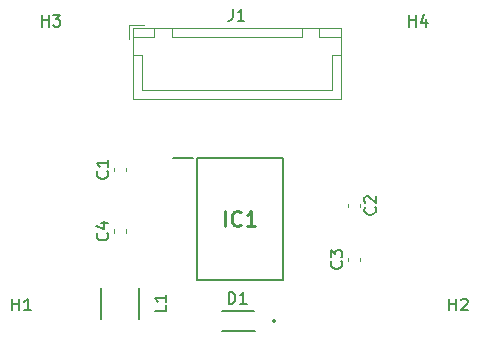
<source format=gbr>
%TF.GenerationSoftware,KiCad,Pcbnew,7.0.1*%
%TF.CreationDate,2023-04-13T11:59:35+02:00*%
%TF.ProjectId,PCBGYRO,50434247-5952-44f2-9e6b-696361645f70,rev?*%
%TF.SameCoordinates,Original*%
%TF.FileFunction,Legend,Top*%
%TF.FilePolarity,Positive*%
%FSLAX46Y46*%
G04 Gerber Fmt 4.6, Leading zero omitted, Abs format (unit mm)*
G04 Created by KiCad (PCBNEW 7.0.1) date 2023-04-13 11:59:35*
%MOMM*%
%LPD*%
G01*
G04 APERTURE LIST*
%ADD10C,0.150000*%
%ADD11C,0.254000*%
%ADD12C,0.120000*%
%ADD13C,0.127000*%
%ADD14C,0.200000*%
G04 APERTURE END LIST*
D10*
%TO.C,H4*%
X77819095Y-42626619D02*
X77819095Y-41626619D01*
X77819095Y-42102809D02*
X78390523Y-42102809D01*
X78390523Y-42626619D02*
X78390523Y-41626619D01*
X79295285Y-41959952D02*
X79295285Y-42626619D01*
X79057190Y-41579000D02*
X78819095Y-42293285D01*
X78819095Y-42293285D02*
X79438142Y-42293285D01*
%TO.C,H2*%
X81238095Y-66662619D02*
X81238095Y-65662619D01*
X81238095Y-66138809D02*
X81809523Y-66138809D01*
X81809523Y-66662619D02*
X81809523Y-65662619D01*
X82238095Y-65757857D02*
X82285714Y-65710238D01*
X82285714Y-65710238D02*
X82380952Y-65662619D01*
X82380952Y-65662619D02*
X82619047Y-65662619D01*
X82619047Y-65662619D02*
X82714285Y-65710238D01*
X82714285Y-65710238D02*
X82761904Y-65757857D01*
X82761904Y-65757857D02*
X82809523Y-65853095D01*
X82809523Y-65853095D02*
X82809523Y-65948333D01*
X82809523Y-65948333D02*
X82761904Y-66091190D01*
X82761904Y-66091190D02*
X82190476Y-66662619D01*
X82190476Y-66662619D02*
X82809523Y-66662619D01*
%TO.C,C4*%
X52277380Y-60110666D02*
X52325000Y-60158285D01*
X52325000Y-60158285D02*
X52372619Y-60301142D01*
X52372619Y-60301142D02*
X52372619Y-60396380D01*
X52372619Y-60396380D02*
X52325000Y-60539237D01*
X52325000Y-60539237D02*
X52229761Y-60634475D01*
X52229761Y-60634475D02*
X52134523Y-60682094D01*
X52134523Y-60682094D02*
X51944047Y-60729713D01*
X51944047Y-60729713D02*
X51801190Y-60729713D01*
X51801190Y-60729713D02*
X51610714Y-60682094D01*
X51610714Y-60682094D02*
X51515476Y-60634475D01*
X51515476Y-60634475D02*
X51420238Y-60539237D01*
X51420238Y-60539237D02*
X51372619Y-60396380D01*
X51372619Y-60396380D02*
X51372619Y-60301142D01*
X51372619Y-60301142D02*
X51420238Y-60158285D01*
X51420238Y-60158285D02*
X51467857Y-60110666D01*
X51705952Y-59253523D02*
X52372619Y-59253523D01*
X51325000Y-59491618D02*
X52039285Y-59729713D01*
X52039285Y-59729713D02*
X52039285Y-59110666D01*
%TO.C,C3*%
X72089380Y-62497166D02*
X72137000Y-62544785D01*
X72137000Y-62544785D02*
X72184619Y-62687642D01*
X72184619Y-62687642D02*
X72184619Y-62782880D01*
X72184619Y-62782880D02*
X72137000Y-62925737D01*
X72137000Y-62925737D02*
X72041761Y-63020975D01*
X72041761Y-63020975D02*
X71946523Y-63068594D01*
X71946523Y-63068594D02*
X71756047Y-63116213D01*
X71756047Y-63116213D02*
X71613190Y-63116213D01*
X71613190Y-63116213D02*
X71422714Y-63068594D01*
X71422714Y-63068594D02*
X71327476Y-63020975D01*
X71327476Y-63020975D02*
X71232238Y-62925737D01*
X71232238Y-62925737D02*
X71184619Y-62782880D01*
X71184619Y-62782880D02*
X71184619Y-62687642D01*
X71184619Y-62687642D02*
X71232238Y-62544785D01*
X71232238Y-62544785D02*
X71279857Y-62497166D01*
X71184619Y-62163832D02*
X71184619Y-61544785D01*
X71184619Y-61544785D02*
X71565571Y-61878118D01*
X71565571Y-61878118D02*
X71565571Y-61735261D01*
X71565571Y-61735261D02*
X71613190Y-61640023D01*
X71613190Y-61640023D02*
X71660809Y-61592404D01*
X71660809Y-61592404D02*
X71756047Y-61544785D01*
X71756047Y-61544785D02*
X71994142Y-61544785D01*
X71994142Y-61544785D02*
X72089380Y-61592404D01*
X72089380Y-61592404D02*
X72137000Y-61640023D01*
X72137000Y-61640023D02*
X72184619Y-61735261D01*
X72184619Y-61735261D02*
X72184619Y-62020975D01*
X72184619Y-62020975D02*
X72137000Y-62116213D01*
X72137000Y-62116213D02*
X72089380Y-62163832D01*
%TO.C,H3*%
X46736095Y-42626619D02*
X46736095Y-41626619D01*
X46736095Y-42102809D02*
X47307523Y-42102809D01*
X47307523Y-42626619D02*
X47307523Y-41626619D01*
X47688476Y-41626619D02*
X48307523Y-41626619D01*
X48307523Y-41626619D02*
X47974190Y-42007571D01*
X47974190Y-42007571D02*
X48117047Y-42007571D01*
X48117047Y-42007571D02*
X48212285Y-42055190D01*
X48212285Y-42055190D02*
X48259904Y-42102809D01*
X48259904Y-42102809D02*
X48307523Y-42198047D01*
X48307523Y-42198047D02*
X48307523Y-42436142D01*
X48307523Y-42436142D02*
X48259904Y-42531380D01*
X48259904Y-42531380D02*
X48212285Y-42579000D01*
X48212285Y-42579000D02*
X48117047Y-42626619D01*
X48117047Y-42626619D02*
X47831333Y-42626619D01*
X47831333Y-42626619D02*
X47736095Y-42579000D01*
X47736095Y-42579000D02*
X47688476Y-42531380D01*
%TO.C,H1*%
X44238095Y-66662619D02*
X44238095Y-65662619D01*
X44238095Y-66138809D02*
X44809523Y-66138809D01*
X44809523Y-66662619D02*
X44809523Y-65662619D01*
X45809523Y-66662619D02*
X45238095Y-66662619D01*
X45523809Y-66662619D02*
X45523809Y-65662619D01*
X45523809Y-65662619D02*
X45428571Y-65805476D01*
X45428571Y-65805476D02*
X45333333Y-65900714D01*
X45333333Y-65900714D02*
X45238095Y-65948333D01*
%TO.C,C1*%
X52277380Y-54877166D02*
X52325000Y-54924785D01*
X52325000Y-54924785D02*
X52372619Y-55067642D01*
X52372619Y-55067642D02*
X52372619Y-55162880D01*
X52372619Y-55162880D02*
X52325000Y-55305737D01*
X52325000Y-55305737D02*
X52229761Y-55400975D01*
X52229761Y-55400975D02*
X52134523Y-55448594D01*
X52134523Y-55448594D02*
X51944047Y-55496213D01*
X51944047Y-55496213D02*
X51801190Y-55496213D01*
X51801190Y-55496213D02*
X51610714Y-55448594D01*
X51610714Y-55448594D02*
X51515476Y-55400975D01*
X51515476Y-55400975D02*
X51420238Y-55305737D01*
X51420238Y-55305737D02*
X51372619Y-55162880D01*
X51372619Y-55162880D02*
X51372619Y-55067642D01*
X51372619Y-55067642D02*
X51420238Y-54924785D01*
X51420238Y-54924785D02*
X51467857Y-54877166D01*
X52372619Y-53924785D02*
X52372619Y-54496213D01*
X52372619Y-54210499D02*
X51372619Y-54210499D01*
X51372619Y-54210499D02*
X51515476Y-54305737D01*
X51515476Y-54305737D02*
X51610714Y-54400975D01*
X51610714Y-54400975D02*
X51658333Y-54496213D01*
%TO.C,C2*%
X74949380Y-57925166D02*
X74997000Y-57972785D01*
X74997000Y-57972785D02*
X75044619Y-58115642D01*
X75044619Y-58115642D02*
X75044619Y-58210880D01*
X75044619Y-58210880D02*
X74997000Y-58353737D01*
X74997000Y-58353737D02*
X74901761Y-58448975D01*
X74901761Y-58448975D02*
X74806523Y-58496594D01*
X74806523Y-58496594D02*
X74616047Y-58544213D01*
X74616047Y-58544213D02*
X74473190Y-58544213D01*
X74473190Y-58544213D02*
X74282714Y-58496594D01*
X74282714Y-58496594D02*
X74187476Y-58448975D01*
X74187476Y-58448975D02*
X74092238Y-58353737D01*
X74092238Y-58353737D02*
X74044619Y-58210880D01*
X74044619Y-58210880D02*
X74044619Y-58115642D01*
X74044619Y-58115642D02*
X74092238Y-57972785D01*
X74092238Y-57972785D02*
X74139857Y-57925166D01*
X74139857Y-57544213D02*
X74092238Y-57496594D01*
X74092238Y-57496594D02*
X74044619Y-57401356D01*
X74044619Y-57401356D02*
X74044619Y-57163261D01*
X74044619Y-57163261D02*
X74092238Y-57068023D01*
X74092238Y-57068023D02*
X74139857Y-57020404D01*
X74139857Y-57020404D02*
X74235095Y-56972785D01*
X74235095Y-56972785D02*
X74330333Y-56972785D01*
X74330333Y-56972785D02*
X74473190Y-57020404D01*
X74473190Y-57020404D02*
X75044619Y-57591832D01*
X75044619Y-57591832D02*
X75044619Y-56972785D01*
%TO.C,J1*%
X62892666Y-41124619D02*
X62892666Y-41838904D01*
X62892666Y-41838904D02*
X62845047Y-41981761D01*
X62845047Y-41981761D02*
X62749809Y-42077000D01*
X62749809Y-42077000D02*
X62606952Y-42124619D01*
X62606952Y-42124619D02*
X62511714Y-42124619D01*
X63892666Y-42124619D02*
X63321238Y-42124619D01*
X63606952Y-42124619D02*
X63606952Y-41124619D01*
X63606952Y-41124619D02*
X63511714Y-41267476D01*
X63511714Y-41267476D02*
X63416476Y-41362714D01*
X63416476Y-41362714D02*
X63321238Y-41410333D01*
%TO.C,D1*%
X62558705Y-66096219D02*
X62558705Y-65096219D01*
X62558705Y-65096219D02*
X62796800Y-65096219D01*
X62796800Y-65096219D02*
X62939657Y-65143838D01*
X62939657Y-65143838D02*
X63034895Y-65239076D01*
X63034895Y-65239076D02*
X63082514Y-65334314D01*
X63082514Y-65334314D02*
X63130133Y-65524790D01*
X63130133Y-65524790D02*
X63130133Y-65667647D01*
X63130133Y-65667647D02*
X63082514Y-65858123D01*
X63082514Y-65858123D02*
X63034895Y-65953361D01*
X63034895Y-65953361D02*
X62939657Y-66048600D01*
X62939657Y-66048600D02*
X62796800Y-66096219D01*
X62796800Y-66096219D02*
X62558705Y-66096219D01*
X64082514Y-66096219D02*
X63511086Y-66096219D01*
X63796800Y-66096219D02*
X63796800Y-65096219D01*
X63796800Y-65096219D02*
X63701562Y-65239076D01*
X63701562Y-65239076D02*
X63606324Y-65334314D01*
X63606324Y-65334314D02*
X63511086Y-65381933D01*
%TO.C,L1*%
X57287619Y-66206666D02*
X57287619Y-66682856D01*
X57287619Y-66682856D02*
X56287619Y-66682856D01*
X57287619Y-65349523D02*
X57287619Y-65920951D01*
X57287619Y-65635237D02*
X56287619Y-65635237D01*
X56287619Y-65635237D02*
X56430476Y-65730475D01*
X56430476Y-65730475D02*
X56525714Y-65825713D01*
X56525714Y-65825713D02*
X56573333Y-65920951D01*
D11*
%TO.C,IC1*%
X62260237Y-59515526D02*
X62260237Y-58245526D01*
X63590714Y-59394573D02*
X63530238Y-59455050D01*
X63530238Y-59455050D02*
X63348809Y-59515526D01*
X63348809Y-59515526D02*
X63227857Y-59515526D01*
X63227857Y-59515526D02*
X63046428Y-59455050D01*
X63046428Y-59455050D02*
X62925476Y-59334097D01*
X62925476Y-59334097D02*
X62864999Y-59213145D01*
X62864999Y-59213145D02*
X62804523Y-58971240D01*
X62804523Y-58971240D02*
X62804523Y-58789811D01*
X62804523Y-58789811D02*
X62864999Y-58547907D01*
X62864999Y-58547907D02*
X62925476Y-58426954D01*
X62925476Y-58426954D02*
X63046428Y-58306002D01*
X63046428Y-58306002D02*
X63227857Y-58245526D01*
X63227857Y-58245526D02*
X63348809Y-58245526D01*
X63348809Y-58245526D02*
X63530238Y-58306002D01*
X63530238Y-58306002D02*
X63590714Y-58366478D01*
X64800238Y-59515526D02*
X64074523Y-59515526D01*
X64437380Y-59515526D02*
X64437380Y-58245526D01*
X64437380Y-58245526D02*
X64316428Y-58426954D01*
X64316428Y-58426954D02*
X64195476Y-58547907D01*
X64195476Y-58547907D02*
X64074523Y-58608383D01*
D12*
%TO.C,C4*%
X52830000Y-60090267D02*
X52830000Y-59797733D01*
X53850000Y-60090267D02*
X53850000Y-59797733D01*
%TO.C,C3*%
X72642000Y-62476767D02*
X72642000Y-62184233D01*
X73662000Y-62476767D02*
X73662000Y-62184233D01*
%TO.C,C1*%
X52830000Y-54856767D02*
X52830000Y-54564233D01*
X53850000Y-54856767D02*
X53850000Y-54564233D01*
%TO.C,C2*%
X73662000Y-57612233D02*
X73662000Y-57904767D01*
X72642000Y-57612233D02*
X72642000Y-57904767D01*
%TO.C,J1*%
X54126000Y-42462000D02*
X54126000Y-43712000D01*
X54416000Y-42752000D02*
X54416000Y-48722000D01*
X54416000Y-48722000D02*
X72036000Y-48722000D01*
X54426000Y-42762000D02*
X54426000Y-43512000D01*
X54426000Y-43512000D02*
X56226000Y-43512000D01*
X54426000Y-45012000D02*
X55176000Y-45012000D01*
X55176000Y-45012000D02*
X55176000Y-47962000D01*
X55176000Y-47962000D02*
X63226000Y-47962000D01*
X55376000Y-42462000D02*
X54126000Y-42462000D01*
X56226000Y-42762000D02*
X54426000Y-42762000D01*
X56226000Y-43512000D02*
X56226000Y-42762000D01*
X57726000Y-42762000D02*
X57726000Y-43512000D01*
X57726000Y-43512000D02*
X68726000Y-43512000D01*
X68726000Y-42762000D02*
X57726000Y-42762000D01*
X68726000Y-43512000D02*
X68726000Y-42762000D01*
X70226000Y-42762000D02*
X70226000Y-43512000D01*
X70226000Y-43512000D02*
X72026000Y-43512000D01*
X71276000Y-45012000D02*
X71276000Y-47962000D01*
X71276000Y-47962000D02*
X63226000Y-47962000D01*
X72026000Y-42762000D02*
X70226000Y-42762000D01*
X72026000Y-43512000D02*
X72026000Y-42762000D01*
X72026000Y-45012000D02*
X71276000Y-45012000D01*
X72036000Y-42752000D02*
X54416000Y-42752000D01*
X72036000Y-48722000D02*
X72036000Y-42752000D01*
D13*
%TO.C,D1*%
X64764000Y-68414000D02*
X61964000Y-68414000D01*
X64764000Y-68414000D02*
X61964000Y-68414000D01*
X64714000Y-66714000D02*
X62014000Y-66714000D01*
X62014000Y-66714000D02*
X64714000Y-66714000D01*
D14*
X66489000Y-67564000D02*
G75*
G03*
X66489000Y-67564000I-125000J0D01*
G01*
D13*
%TO.C,L1*%
X54940000Y-64735000D02*
X54940000Y-67345000D01*
X51740000Y-64735000D02*
X51740000Y-67345000D01*
D14*
%TO.C,IC1*%
X57825000Y-53783000D02*
X59525000Y-53783000D01*
X59875000Y-53778000D02*
X67125000Y-53778000D01*
X59875000Y-64078000D02*
X59875000Y-53778000D01*
X67125000Y-53778000D02*
X67125000Y-64078000D01*
X67125000Y-64078000D02*
X59875000Y-64078000D01*
%TD*%
M02*

</source>
